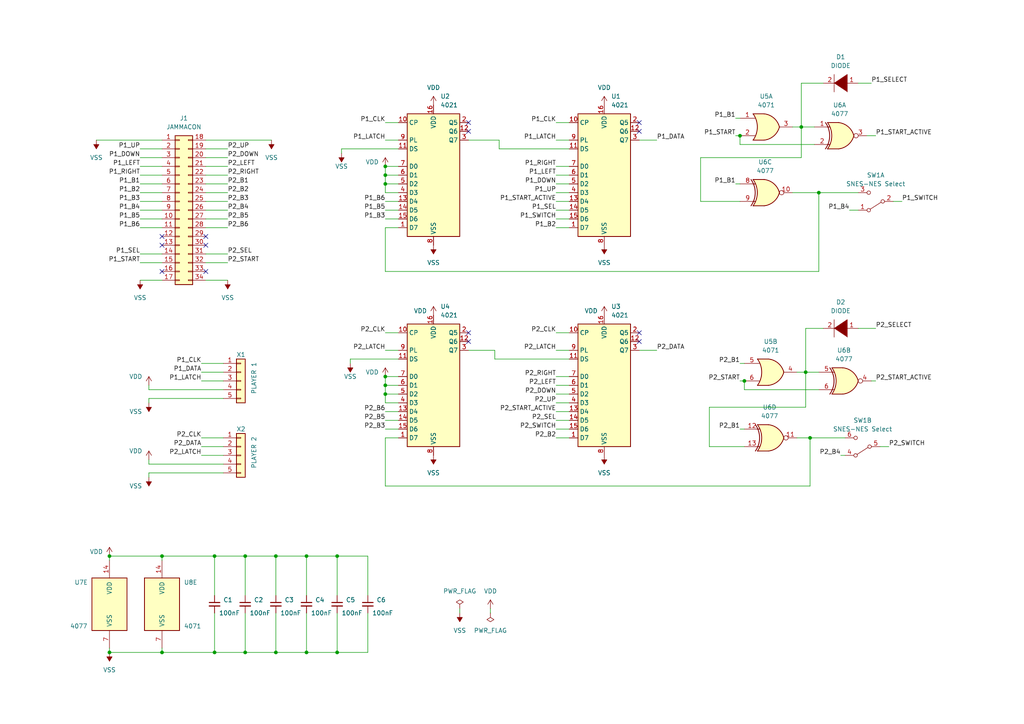
<source format=kicad_sch>
(kicad_sch (version 20211123) (generator eeschema)
  (paper "A4")
  (title_block (title "Jammacon SNES") (rev "2.2") (company "Shane Kiely"))
  (lib_symbols
    (symbol "4xxx:4021"
      (property "Reference" "U" (at -5.08 19.05 0))
      (property "Value" "4021" (at 3.81 19.05 0))
      (symbol "4021_0_1"
        (rectangle (start -7.62 17.78) (end 7.62 -17.78) (stroke (width 0.254)) (fill (type background)))
      )
      (symbol "4021_1_1"
        (pin input line (at -10.16 -15.24 0) (length 2.54) (name "D7") (number "1"))
        (pin input line (at -10.16 15.24 0) (length 2.54) (name "CP") (number "10"))
        (pin input line (at -10.16 7.62 0) (length 2.54) (name "DS") (number "11"))
        (pin output line (at 10.16 12.7 180) (length 2.54) (name "Q6") (number "12"))
        (pin input line (at -10.16 -7.62 0) (length 2.54) (name "D4") (number "13"))
        (pin input line (at -10.16 -10.16 0) (length 2.54) (name "D5") (number "14"))
        (pin input line (at -10.16 -12.7 0) (length 2.54) (name "D6") (number "15"))
        (pin power_in line (at 0 20.32 270) (length 2.54) (name "VDD") (number "16"))
        (pin output line (at 10.16 15.24 180) (length 2.54) (name "Q5") (number "2"))
        (pin output line (at 10.16 10.16 180) (length 2.54) (name "Q7") (number "3"))
        (pin input line (at -10.16 -5.08 0) (length 2.54) (name "D3") (number "4"))
        (pin input line (at -10.16 -2.54 0) (length 2.54) (name "D2") (number "5"))
        (pin input line (at -10.16 0 0) (length 2.54) (name "D1") (number "6"))
        (pin input line (at -10.16 2.54 0) (length 2.54) (name "D0") (number "7"))
        (pin power_in line (at 0 -20.32 90) (length 2.54) (name "VSS") (number "8"))
        (pin input line (at -10.16 10.16 0) (length 2.54) (name "PL") (number "9"))
      )
    )
    (symbol "4xxx:4071" (pin_names (offset 1.016))
      (property "Reference" "U" (at 0 1.27 0))
      (property "Value" "4071" (at 0 -1.27 0))
      (symbol "4071_1_1"
        (arc (start -3.81 -3.81) (mid -2.589 0) (end -3.81 3.81) (stroke (width 0.254)))
        (arc (start -0.6096 -3.81) (mid 2.1855 -2.584) (end 3.81 0) (stroke (width 0.254)) (fill (type background)))
        (polyline (pts (xy -3.81 -3.81) (xy -0.635 -3.81)) (stroke (width 0.254)) (fill (type background)))
        (polyline (pts (xy -3.81 3.81) (xy -0.635 3.81)) (stroke (width 0.254)) (fill (type background)))
        (polyline (pts (xy -0.635 3.81) (xy -3.81 3.81) (xy -3.81 3.81) (xy -3.556 3.4036) (xy -3.0226 2.2606) (xy -2.6924 1.0414) (xy -2.6162 -0.254) (xy -2.7686 -1.4986) (xy -3.175 -2.7178) (xy -3.81 -3.81) (xy -3.81 -3.81) (xy -0.635 -3.81)) (stroke (width -25.4)) (fill (type background)))
        (arc (start 3.81 0) (mid 2.1928 2.5925) (end -0.6096 3.81) (stroke (width 0.254)) (fill (type background)))
        (pin input line (at -7.62 2.54 0) (length 4.318) (name "~") (number "1"))
        (pin input line (at -7.62 -2.54 0) (length 4.318) (name "~") (number "2"))
        (pin output line (at 7.62 0 180) (length 3.81) (name "~") (number "3"))
      )
      (symbol "4071_1_2"
        (arc (start 0 -3.81) (mid 3.81 0) (end 0 3.81) (stroke (width 0.254)) (fill (type background)))
        (polyline (pts (xy 0 3.81) (xy -3.81 3.81) (xy -3.81 -3.81) (xy 0 -3.81)) (stroke (width 0.254)) (fill (type background)))
        (pin input inverted (at -7.62 2.54 0) (length 3.81) (name "~") (number "1"))
        (pin input inverted (at -7.62 -2.54 0) (length 3.81) (name "~") (number "2"))
        (pin output inverted (at 7.62 0 180) (length 3.81) (name "~") (number "3"))
      )
      (symbol "4071_2_1"
        (arc (start -3.81 -3.81) (mid -2.589 0) (end -3.81 3.81) (stroke (width 0.254)))
        (arc (start -0.6096 -3.81) (mid 2.1855 -2.584) (end 3.81 0) (stroke (width 0.254)) (fill (type background)))
        (polyline (pts (xy -3.81 -3.81) (xy -0.635 -3.81)) (stroke (width 0.254)) (fill (type background)))
        (polyline (pts (xy -3.81 3.81) (xy -0.635 3.81)) (stroke (width 0.254)) (fill (type background)))
        (polyline (pts (xy -0.635 3.81) (xy -3.81 3.81) (xy -3.81 3.81) (xy -3.556 3.4036) (xy -3.0226 2.2606) (xy -2.6924 1.0414) (xy -2.6162 -0.254) (xy -2.7686 -1.4986) (xy -3.175 -2.7178) (xy -3.81 -3.81) (xy -3.81 -3.81) (xy -0.635 -3.81)) (stroke (width -25.4)) (fill (type background)))
        (arc (start 3.81 0) (mid 2.1928 2.5925) (end -0.6096 3.81) (stroke (width 0.254)) (fill (type background)))
        (pin output line (at 7.62 0 180) (length 3.81) (name "~") (number "4"))
        (pin input line (at -7.62 2.54 0) (length 4.318) (name "~") (number "5"))
        (pin input line (at -7.62 -2.54 0) (length 4.318) (name "~") (number "6"))
      )
      (symbol "4071_2_2"
        (arc (start 0 -3.81) (mid 3.81 0) (end 0 3.81) (stroke (width 0.254)) (fill (type background)))
        (polyline (pts (xy 0 3.81) (xy -3.81 3.81) (xy -3.81 -3.81) (xy 0 -3.81)) (stroke (width 0.254)) (fill (type background)))
        (pin output inverted (at 7.62 0 180) (length 3.81) (name "~") (number "4"))
        (pin input inverted (at -7.62 2.54 0) (length 3.81) (name "~") (number "5"))
        (pin input inverted (at -7.62 -2.54 0) (length 3.81) (name "~") (number "6"))
      )
      (symbol "4071_3_1"
        (arc (start -3.81 -3.81) (mid -2.589 0) (end -3.81 3.81) (stroke (width 0.254)))
        (arc (start -0.6096 -3.81) (mid 2.1855 -2.584) (end 3.81 0) (stroke (width 0.254)) (fill (type background)))
        (polyline (pts (xy -3.81 -3.81) (xy -0.635 -3.81)) (stroke (width 0.254)) (fill (type background)))
        (polyline (pts (xy -3.81 3.81) (xy -0.635 3.81)) (stroke (width 0.254)) (fill (type background)))
        (polyline (pts (xy -0.635 3.81) (xy -3.81 3.81) (xy -3.81 3.81) (xy -3.556 3.4036) (xy -3.0226 2.2606) (xy -2.6924 1.0414) (xy -2.6162 -0.254) (xy -2.7686 -1.4986) (xy -3.175 -2.7178) (xy -3.81 -3.81) (xy -3.81 -3.81) (xy -0.635 -3.81)) (stroke (width -25.4)) (fill (type background)))
        (arc (start 3.81 0) (mid 2.1928 2.5925) (end -0.6096 3.81) (stroke (width 0.254)) (fill (type background)))
        (pin output line (at 7.62 0 180) (length 3.81) (name "~") (number "10"))
        (pin input line (at -7.62 2.54 0) (length 4.318) (name "~") (number "8"))
        (pin input line (at -7.62 -2.54 0) (length 4.318) (name "~") (number "9"))
      )
      (symbol "4071_3_2"
        (arc (start 0 -3.81) (mid 3.81 0) (end 0 3.81) (stroke (width 0.254)) (fill (type background)))
        (polyline (pts (xy 0 3.81) (xy -3.81 3.81) (xy -3.81 -3.81) (xy 0 -3.81)) (stroke (width 0.254)) (fill (type background)))
        (pin output inverted (at 7.62 0 180) (length 3.81) (name "~") (number "10"))
        (pin input inverted (at -7.62 2.54 0) (length 3.81) (name "~") (number "8"))
        (pin input inverted (at -7.62 -2.54 0) (length 3.81) (name "~") (number "9"))
      )
      (symbol "4071_4_1"
        (arc (start -3.81 -3.81) (mid -2.589 0) (end -3.81 3.81) (stroke (width 0.254)))
        (arc (start -0.6096 -3.81) (mid 2.1855 -2.584) (end 3.81 0) (stroke (width 0.254)) (fill (type background)))
        (polyline (pts (xy -3.81 -3.81) (xy -0.635 -3.81)) (stroke (width 0.254)) (fill (type background)))
        (polyline (pts (xy -3.81 3.81) (xy -0.635 3.81)) (stroke (width 0.254)) (fill (type background)))
        (polyline (pts (xy -0.635 3.81) (xy -3.81 3.81) (xy -3.81 3.81) (xy -3.556 3.4036) (xy -3.0226 2.2606) (xy -2.6924 1.0414) (xy -2.6162 -0.254) (xy -2.7686 -1.4986) (xy -3.175 -2.7178) (xy -3.81 -3.81) (xy -3.81 -3.81) (xy -0.635 -3.81)) (stroke (width -25.4)) (fill (type background)))
        (arc (start 3.81 0) (mid 2.1928 2.5925) (end -0.6096 3.81) (stroke (width 0.254)) (fill (type background)))
        (pin output line (at 7.62 0 180) (length 3.81) (name "~") (number "11"))
        (pin input line (at -7.62 2.54 0) (length 4.318) (name "~") (number "12"))
        (pin input line (at -7.62 -2.54 0) (length 4.318) (name "~") (number "13"))
      )
      (symbol "4071_4_2"
        (arc (start 0 -3.81) (mid 3.81 0) (end 0 3.81) (stroke (width 0.254)) (fill (type background)))
        (polyline (pts (xy 0 3.81) (xy -3.81 3.81) (xy -3.81 -3.81) (xy 0 -3.81)) (stroke (width 0.254)) (fill (type background)))
        (pin output inverted (at 7.62 0 180) (length 3.81) (name "~") (number "11"))
        (pin input inverted (at -7.62 2.54 0) (length 3.81) (name "~") (number "12"))
        (pin input inverted (at -7.62 -2.54 0) (length 3.81) (name "~") (number "13"))
      )
      (symbol "4071_5_0"
        (pin power_in line (at 0 12.7 270) (length 5.08) (name "VDD") (number "14"))
        (pin power_in line (at 0 -12.7 90) (length 5.08) (name "VSS") (number "7"))
      )
      (symbol "4071_5_1"
        (rectangle (start -5.08 7.62) (end 5.08 -7.62) (stroke (width 0.254)) (fill (type background)))
      )
    )
    (symbol "4xxx:4077" (pin_names (offset 1.016))
      (property "Reference" "U" (at 0 1.27 0))
      (property "Value" "4077" (at 0 -1.27 0))
      (symbol "4077_1_0"
        (arc (start -4.4196 -3.81) (mid -3.2033 0) (end -4.4196 3.81) (stroke (width 0.254)))
        (arc (start -3.81 -3.81) (mid -2.589 0) (end -3.81 3.81) (stroke (width 0.254)))
        (arc (start -0.6096 -3.81) (mid 2.1855 -2.584) (end 3.81 0) (stroke (width 0.254)) (fill (type background)))
        (polyline (pts (xy -3.81 -3.81) (xy -0.635 -3.81)) (stroke (width 0.254)) (fill (type background)))
        (polyline (pts (xy -3.81 3.81) (xy -0.635 3.81)) (stroke (width 0.254)) (fill (type background)))
        (polyline (pts (xy -0.635 3.81) (xy -3.81 3.81) (xy -3.81 3.81) (xy -3.556 3.4036) (xy -3.0226 2.2606) (xy -2.6924 1.0414) (xy -2.6162 -0.254) (xy -2.7686 -1.4986) (xy -3.175 -2.7178) (xy -3.81 -3.81) (xy -3.81 -3.81) (xy -0.635 -3.81)) (stroke (width -25.4)) (fill (type background)))
        (arc (start 3.81 0) (mid 2.1928 2.5925) (end -0.6096 3.81) (stroke (width 0.254)) (fill (type background)))
        (pin input line (at -7.62 2.54 0) (length 4.445) (name "~") (number "1"))
        (pin input line (at -7.62 -2.54 0) (length 4.445) (name "~") (number "2"))
        (pin output inverted (at 7.62 0 180) (length 3.81) (name "~") (number "3"))
      )
      (symbol "4077_1_1"
        (polyline (pts (xy -3.81 -2.54) (xy -3.175 -2.54)) (stroke (width 0.1524)))
        (polyline (pts (xy -3.81 2.54) (xy -3.175 2.54)) (stroke (width 0.1524)))
      )
      (symbol "4077_2_0"
        (arc (start -4.4196 -3.81) (mid -3.2033 0) (end -4.4196 3.81) (stroke (width 0.254)))
        (arc (start -3.81 -3.81) (mid -2.589 0) (end -3.81 3.81) (stroke (width 0.254)))
        (arc (start -0.6096 -3.81) (mid 2.1855 -2.584) (end 3.81 0) (stroke (width 0.254)) (fill (type background)))
        (polyline (pts (xy -3.81 -3.81) (xy -0.635 -3.81)) (stroke (width 0.254)) (fill (type background)))
        (polyline (pts (xy -3.81 3.81) (xy -0.635 3.81)) (stroke (width 0.254)) (fill (type background)))
        (polyline (pts (xy -0.635 3.81) (xy -3.81 3.81) (xy -3.81 3.81) (xy -3.556 3.4036) (xy -3.0226 2.2606) (xy -2.6924 1.0414) (xy -2.6162 -0.254) (xy -2.7686 -1.4986) (xy -3.175 -2.7178) (xy -3.81 -3.81) (xy -3.81 -3.81) (xy -0.635 -3.81)) (stroke (width -25.4)) (fill (type background)))
        (arc (start 3.81 0) (mid 2.1928 2.5925) (end -0.6096 3.81) (stroke (width 0.254)) (fill (type background)))
        (pin output inverted (at 7.62 0 180) (length 3.81) (name "~") (number "4"))
        (pin input line (at -7.62 2.54 0) (length 4.445) (name "~") (number "5"))
        (pin input line (at -7.62 -2.54 0) (length 4.445) (name "~") (number "6"))
      )
      (symbol "4077_2_1"
        (polyline (pts (xy -3.81 -2.54) (xy -3.175 -2.54)) (stroke (width 0.1524)))
        (polyline (pts (xy -3.81 2.54) (xy -3.175 2.54)) (stroke (width 0.1524)))
      )
      (symbol "4077_3_0"
        (arc (start -4.4196 -3.81) (mid -3.2033 0) (end -4.4196 3.81) (stroke (width 0.254)))
        (arc (start -3.81 -3.81) (mid -2.589 0) (end -3.81 3.81) (stroke (width 0.254)))
        (arc (start -0.6096 -3.81) (mid 2.1855 -2.584) (end 3.81 0) (stroke (width 0.254)) (fill (type background)))
        (polyline (pts (xy -3.81 -3.81) (xy -0.635 -3.81)) (stroke (width 0.254)) (fill (type background)))
        (polyline (pts (xy -3.81 3.81) (xy -0.635 3.81)) (stroke (width 0.254)) (fill (type background)))
        (polyline (pts (xy -0.635 3.81) (xy -3.81 3.81) (xy -3.81 3.81) (xy -3.556 3.4036) (xy -3.0226 2.2606) (xy -2.6924 1.0414) (xy -2.6162 -0.254) (xy -2.7686 -1.4986) (xy -3.175 -2.7178) (xy -3.81 -3.81) (xy -3.81 -3.81) (xy -0.635 -3.81)) (stroke (width -25.4)) (fill (type background)))
        (arc (start 3.81 0) (mid 2.1928 2.5925) (end -0.6096 3.81) (stroke (width 0.254)) (fill (type background)))
        (pin output inverted (at 7.62 0 180) (length 3.81) (name "~") (number "10"))
        (pin input line (at -7.62 2.54 0) (length 4.445) (name "~") (number "8"))
        (pin input line (at -7.62 -2.54 0) (length 4.445) (name "~") (number "9"))
      )
      (symbol "4077_3_1"
        (polyline (pts (xy -3.81 -2.54) (xy -3.175 -2.54)) (stroke (width 0.1524)))
        (polyline (pts (xy -3.81 2.54) (xy -3.175 2.54)) (stroke (width 0.1524)))
      )
      (symbol "4077_4_0"
        (arc (start -4.4196 -3.81) (mid -3.2033 0) (end -4.4196 3.81) (stroke (width 0.254)))
        (arc (start -3.81 -3.81) (mid -2.589 0) (end -3.81 3.81) (stroke (width 0.254)))
        (arc (start -0.6096 -3.81) (mid 2.1855 -2.584) (end 3.81 0) (stroke (width 0.254)) (fill (type background)))
        (polyline (pts (xy -3.81 -3.81) (xy -0.635 -3.81)) (stroke (width 0.254)) (fill (type background)))
        (polyline (pts (xy -3.81 3.81) (xy -0.635 3.81)) (stroke (width 0.254)) (fill (type background)))
        (polyline (pts (xy -0.635 3.81) (xy -3.81 3.81) (xy -3.81 3.81) (xy -3.556 3.4036) (xy -3.0226 2.2606) (xy -2.6924 1.0414) (xy -2.6162 -0.254) (xy -2.7686 -1.4986) (xy -3.175 -2.7178) (xy -3.81 -3.81) (xy -3.81 -3.81) (xy -0.635 -3.81)) (stroke (width -25.4)) (fill (type background)))
        (arc (start 3.81 0) (mid 2.1928 2.5925) (end -0.6096 3.81) (stroke (width 0.254)) (fill (type background)))
        (pin output inverted (at 7.62 0 180) (length 3.81) (name "~") (number "11"))
        (pin input line (at -7.62 2.54 0) (length 4.445) (name "~") (number "12"))
        (pin input line (at -7.62 -2.54 0) (length 4.445) (name "~") (number "13"))
      )
      (symbol "4077_4_1"
        (polyline (pts (xy -3.81 -2.54) (xy -3.175 -2.54)) (stroke (width 0.1524)))
        (polyline (pts (xy -3.81 2.54) (xy -3.175 2.54)) (stroke (width 0.1524)))
      )
      (symbol "4077_5_0"
        (pin power_in line (at 0 12.7 270) (length 5.08) (name "VDD") (number "14"))
        (pin power_in line (at 0 -12.7 90) (length 5.08) (name "VSS") (number "7"))
      )
      (symbol "4077_5_1"
        (rectangle (start -5.08 7.62) (end 5.08 -7.62) (stroke (width 0.254)) (fill (type background)))
      )
    )
    (symbol "Connector_Generic:Conn_01x05" (pin_names (offset 1.016) hide)
      (property "Reference" "J" (at 0 7.62 0))
      (property "Value" "Conn_01x05" (at 0 -7.62 0))
      (symbol "Conn_01x05_1_1"
        (rectangle (start -1.27 -4.953) (end 0 -5.207) (stroke (width 0.1524)))
        (rectangle (start -1.27 -2.413) (end 0 -2.667) (stroke (width 0.1524)))
        (rectangle (start -1.27 0.127) (end 0 -0.127) (stroke (width 0.1524)))
        (rectangle (start -1.27 2.667) (end 0 2.413) (stroke (width 0.1524)))
        (rectangle (start -1.27 5.207) (end 0 4.953) (stroke (width 0.1524)))
        (rectangle (start -1.27 6.35) (end 1.27 -6.35) (stroke (width 0.254)) (fill (type background)))
        (pin passive line (at -5.08 5.08 0) (length 3.81) (name "Pin_1") (number "1"))
        (pin passive line (at -5.08 2.54 0) (length 3.81) (name "Pin_2") (number "2"))
        (pin passive line (at -5.08 0 0) (length 3.81) (name "Pin_3") (number "3"))
        (pin passive line (at -5.08 -2.54 0) (length 3.81) (name "Pin_4") (number "4"))
        (pin passive line (at -5.08 -5.08 0) (length 3.81) (name "Pin_5") (number "5"))
      )
    )
    (symbol "Connector_Generic:Conn_02x17_Top_Bottom" (pin_names (offset 1.016) hide)
      (property "Reference" "J" (at 1.27 22.86 0))
      (property "Value" "Conn_02x17_Top_Bottom" (at 1.27 -22.86 0))
      (symbol "Conn_02x17_Top_Bottom_1_1"
        (rectangle (start -1.27 -20.193) (end 0 -20.447) (stroke (width 0.1524)))
        (rectangle (start -1.27 -17.653) (end 0 -17.907) (stroke (width 0.1524)))
        (rectangle (start -1.27 -15.113) (end 0 -15.367) (stroke (width 0.1524)))
        (rectangle (start -1.27 -12.573) (end 0 -12.827) (stroke (width 0.1524)))
        (rectangle (start -1.27 -10.033) (end 0 -10.287) (stroke (width 0.1524)))
        (rectangle (start -1.27 -7.493) (end 0 -7.747) (stroke (width 0.1524)))
        (rectangle (start -1.27 -4.953) (end 0 -5.207) (stroke (width 0.1524)))
        (rectangle (start -1.27 -2.413) (end 0 -2.667) (stroke (width 0.1524)))
        (rectangle (start -1.27 0.127) (end 0 -0.127) (stroke (width 0.1524)))
        (rectangle (start -1.27 2.667) (end 0 2.413) (stroke (width 0.1524)))
        (rectangle (start -1.27 5.207) (end 0 4.953) (stroke (width 0.1524)))
        (rectangle (start -1.27 7.747) (end 0 7.493) (stroke (width 0.1524)))
        (rectangle (start -1.27 10.287) (end 0 10.033) (stroke (width 0.1524)))
        (rectangle (start -1.27 12.827) (end 0 12.573) (stroke (width 0.1524)))
        (rectangle (start -1.27 15.367) (end 0 15.113) (stroke (width 0.1524)))
        (rectangle (start -1.27 17.907) (end 0 17.653) (stroke (width 0.1524)))
        (rectangle (start -1.27 20.447) (end 0 20.193) (stroke (width 0.1524)))
        (rectangle (start -1.27 21.59) (end 3.81 -21.59) (stroke (width 0.254)) (fill (type background)))
        (rectangle (start 3.81 -20.193) (end 2.54 -20.447) (stroke (width 0.1524)))
        (rectangle (start 3.81 -17.653) (end 2.54 -17.907) (stroke (width 0.1524)))
        (rectangle (start 3.81 -15.113) (end 2.54 -15.367) (stroke (width 0.1524)))
        (rectangle (start 3.81 -12.573) (end 2.54 -12.827) (stroke (width 0.1524)))
        (rectangle (start 3.81 -10.033) (end 2.54 -10.287) (stroke (width 0.1524)))
        (rectangle (start 3.81 -7.493) (end 2.54 -7.747) (stroke (width 0.1524)))
        (rectangle (start 3.81 -4.953) (end 2.54 -5.207) (stroke (width 0.1524)))
        (rectangle (start 3.81 -2.413) (end 2.54 -2.667) (stroke (width 0.1524)))
        (rectangle (start 3.81 0.127) (end 2.54 -0.127) (stroke (width 0.1524)))
        (rectangle (start 3.81 2.667) (end 2.54 2.413) (stroke (width 0.1524)))
        (rectangle (start 3.81 5.207) (end 2.54 4.953) (stroke (width 0.1524)))
        (rectangle (start 3.81 7.747) (end 2.54 7.493) (stroke (width 0.1524)))
        (rectangle (start 3.81 10.287) (end 2.54 10.033) (stroke (width 0.1524)))
        (rectangle (start 3.81 12.827) (end 2.54 12.573) (stroke (width 0.1524)))
        (rectangle (start 3.81 15.367) (end 2.54 15.113) (stroke (width 0.1524)))
        (rectangle (start 3.81 17.907) (end 2.54 17.653) (stroke (width 0.1524)))
        (rectangle (start 3.81 20.447) (end 2.54 20.193) (stroke (width 0.1524)))
        (pin passive line (at -5.08 20.32 0) (length 3.81) (name "Pin_1") (number "1"))
        (pin passive line (at -5.08 -2.54 0) (length 3.81) (name "Pin_10") (number "10"))
        (pin passive line (at -5.08 -5.08 0) (length 3.81) (name "Pin_11") (number "11"))
        (pin passive line (at -5.08 -7.62 0) (length 3.81) (name "Pin_12") (number "12"))
        (pin passive line (at -5.08 -10.16 0) (length 3.81) (name "Pin_13") (number "13"))
        (pin passive line (at -5.08 -12.7 0) (length 3.81) (name "Pin_14") (number "14"))
        (pin passive line (at -5.08 -15.24 0) (length 3.81) (name "Pin_15") (number "15"))
        (pin passive line (at -5.08 -17.78 0) (length 3.81) (name "Pin_16") (number "16"))
        (pin passive line (at -5.08 -20.32 0) (length 3.81) (name "Pin_17") (number "17"))
        (pin passive line (at 7.62 20.32 180) (length 3.81) (name "Pin_18") (number "18"))
        (pin passive line (at 7.62 17.78 180) (length 3.81) (name "Pin_19") (number "19"))
        (pin passive line (at -5.08 17.78 0) (length 3.81) (name "Pin_2") (number "2"))
        (pin passive line (at 7.62 15.24 180) (length 3.81) (name "Pin_20") (number "20"))
        (pin passive line (at 7.62 12.7 180) (length 3.81) (name "Pin_21") (number "21"))
        (pin passive line (at 7.62 10.16 180) (length 3.81) (name "Pin_22") (number "22"))
        (pin passive line (at 7.62 7.62 180) (length 3.81) (name "Pin_23") (number "23"))
        (pin passive line (at 7.62 5.08 180) (length 3.81) (name "Pin_24") (number "24"))
        (pin passive line (at 7.62 2.54 180) (length 3.81) (name "Pin_25") (number "25"))
        (pin passive line (at 7.62 0 180) (length 3.81) (name "Pin_26") (number "26"))
        (pin passive line (at 7.62 -2.54 180) (length 3.81) (name "Pin_27") (number "27"))
        (pin passive line (at 7.62 -5.08 180) (length 3.81) (name "Pin_28") (number "28"))
        (pin passive line (at 7.62 -7.62 180) (length 3.81) (name "Pin_29") (number "29"))
        (pin passive line (at -5.08 15.24 0) (length 3.81) (name "Pin_3") (number "3"))
        (pin passive line (at 7.62 -10.16 180) (length 3.81) (name "Pin_30") (number "30"))
        (pin passive line (at 7.62 -12.7 180) (length 3.81) (name "Pin_31") (number "31"))
        (pin passive line (at 7.62 -15.24 180) (length 3.81) (name "Pin_32") (number "32"))
        (pin passive line (at 7.62 -17.78 180) (length 3.81) (name "Pin_33") (number "33"))
        (pin passive line (at 7.62 -20.32 180) (length 3.81) (name "Pin_34") (number "34"))
        (pin passive line (at -5.08 12.7 0) (length 3.81) (name "Pin_4") (number "4"))
        (pin passive line (at -5.08 10.16 0) (length 3.81) (name "Pin_5") (number "5"))
        (pin passive line (at -5.08 7.62 0) (length 3.81) (name "Pin_6") (number "6"))
        (pin passive line (at -5.08 5.08 0) (length 3.81) (name "Pin_7") (number "7"))
        (pin passive line (at -5.08 2.54 0) (length 3.81) (name "Pin_8") (number "8"))
        (pin passive line (at -5.08 0 0) (length 3.81) (name "Pin_9") (number "9"))
      )
    )
    (symbol "Device:C_Small" (pin_numbers hide) (pin_names (offset 0.254) hide)
      (property "Reference" "C" (at 0.254 1.778 0))
      (property "Value" "C_Small" (at 0.254 -2.032 0))
      (symbol "C_Small_0_1"
        (polyline (pts (xy -1.524 -0.508) (xy 1.524 -0.508)) (stroke (width 0.3302)))
        (polyline (pts (xy -1.524 0.508) (xy 1.524 0.508)) (stroke (width 0.3048)))
      )
      (symbol "C_Small_1_1"
        (pin passive line (at 0 2.54 270) (length 2.032) (name "~") (number "1"))
        (pin passive line (at 0 -2.54 90) (length 2.032) (name "~") (number "2"))
      )
    )
    (symbol "Switch:SW_DPDT_x2" (pin_names (offset 0) hide)
      (property "Reference" "SW" (at 0 4.318 0))
      (property "Value" "SW_DPDT_x2" (at 0 -5.08 0))
      (symbol "SW_DPDT_x2_0_0"
        (circle (center -2.032 0) (radius 0.508))
        (circle (center 2.032 -2.54) (radius 0.508))
      )
      (symbol "SW_DPDT_x2_0_1"
        (polyline (pts (xy -1.524 0.254) (xy 1.651 2.286)))
        (circle (center 2.032 2.54) (radius 0.508))
      )
      (symbol "SW_DPDT_x2_1_1"
        (pin passive line (at 5.08 2.54 180) (length 2.54) (name "A") (number "1"))
        (pin passive line (at -5.08 0 0) (length 2.54) (name "B") (number "2"))
        (pin passive line (at 5.08 -2.54 180) (length 2.54) (name "C") (number "3"))
      )
      (symbol "SW_DPDT_x2_2_1"
        (pin passive line (at 5.08 2.54 180) (length 2.54) (name "A") (number "4"))
        (pin passive line (at -5.08 0 0) (length 2.54) (name "B") (number "5"))
        (pin passive line (at 5.08 -2.54 180) (length 2.54) (name "C") (number "6"))
      )
    )
    (symbol "power:PWR_FLAG" (power) (pin_numbers hide) (pin_names (offset 0) hide)
      (property "Value" "PWR_FLAG" (at 0 3.81 0))
      (symbol "PWR_FLAG_0_0"
        (pin power_out line (at 0 0 90) (length 0) (name "pwr") (number "1"))
      )
      (symbol "PWR_FLAG_0_1"
        (polyline (pts (xy 0 0) (xy 0 1.27) (xy -1.016 1.905) (xy 0 2.54) (xy 1.016 1.905) (xy 0 1.27)))
      )
    )
    (symbol "power:VDD" (power) (pin_names (offset 0))
      (property "Value" "VDD" (at 0 3.81 0))
      (symbol "VDD_0_1"
        (polyline (pts (xy -0.762 1.27) (xy 0 2.54)))
        (polyline (pts (xy 0 0) (xy 0 2.54)))
        (polyline (pts (xy 0 2.54) (xy 0.762 1.27)))
      )
      (symbol "VDD_1_1"
        (pin power_in line (at 0 0 90) (length 0) hide (name "VDD") (number "1"))
      )
    )
    (symbol "power:VSS" (power) (pin_names (offset 0))
      (property "Value" "VSS" (at 0 3.81 0))
      (symbol "VSS_0_1"
        (polyline (pts (xy 0 0) (xy 0 2.54)))
        (polyline (pts (xy 0.762 1.27) (xy -0.762 1.27) (xy 0 2.54) (xy 0.762 1.27)) (fill (type outline)))
      )
      (symbol "VSS_1_1"
        (pin power_in line (at 0 0 90) (length 0) hide (name "VSS") (number "1"))
      )
    )
    (symbol "pspice:DIODE" (pin_names (offset 1.016) hide)
      (property "Reference" "D" (at 0 3.81 0))
      (property "Value" "DIODE" (at 0 -4.445 0))
      (symbol "DIODE_0_1"
        (polyline (pts (xy 1.905 2.54) (xy 1.905 -2.54)))
        (polyline (pts (xy -1.905 2.54) (xy -1.905 -2.54) (xy 1.905 0)) (fill (type outline)))
      )
      (symbol "DIODE_1_1"
        (pin input line (at -5.08 0 0) (length 3.81) (name "K") (number "1"))
        (pin input line (at 5.08 0 180) (length 3.81) (name "A") (number "2"))
      )
    )
  )
  (junction (at 88.9 189.23))
  (junction (at 111.76 111.76))
  (junction (at 71.12 161.29))
  (junction (at 80.01 161.29))
  (junction (at 62.23 161.29))
  (junction (at 46.99 161.29))
  (junction (at 111.76 48.26))
  (junction (at 46.99 189.23))
  (junction (at 233.68 107.95))
  (junction (at 111.76 50.8))
  (junction (at 88.9 161.29))
  (junction (at 111.76 53.34))
  (junction (at 111.76 114.3))
  (junction (at 237.49 55.88))
  (junction (at 111.76 109.22))
  (junction (at 80.01 189.23))
  (junction (at 234.95 127))
  (junction (at 31.75 161.29))
  (junction (at 71.12 189.23))
  (junction (at 62.23 189.23))
  (junction (at 31.75 189.23))
  (junction (at 232.41 36.83))
  (junction (at 215.9 110.49))
  (junction (at 97.79 161.29))
  (junction (at 97.79 189.23))
  (junction (at 214.63 39.37))
  (no_connect (at 46.99 68.58))
  (no_connect (at 59.69 68.58))
  (no_connect (at 135.89 99.06))
  (no_connect (at 135.89 96.52))
  (no_connect (at 185.42 99.06))
  (no_connect (at 185.42 96.52))
  (no_connect (at 185.42 38.1))
  (no_connect (at 185.42 35.56))
  (no_connect (at 135.89 38.1))
  (no_connect (at 135.89 35.56))
  (no_connect (at 46.99 71.12))
  (no_connect (at 59.69 78.74))
  (no_connect (at 46.99 78.74))
  (no_connect (at 59.69 71.12))
  (wire (pts (xy 111.76 40.64) (xy 115.57 40.64)))
  (wire (pts (xy 233.68 107.95) (xy 237.49 107.95)))
  (wire (pts (xy 97.79 189.23) (xy 106.68 189.23)))
  (wire (pts (xy 246.38 60.96) (xy 248.92 60.96)))
  (wire (pts (xy 62.23 189.23) (xy 71.12 189.23)))
  (wire (pts (xy 111.76 124.46) (xy 115.57 124.46)))
  (wire (pts (xy 59.69 48.26) (xy 66.04 48.26)))
  (wire (pts (xy 59.69 76.2) (xy 66.04 76.2)))
  (wire (pts (xy 40.64 60.96) (xy 46.99 60.96)))
  (wire (pts (xy 71.12 177.8) (xy 71.12 189.23)))
  (wire (pts (xy 161.29 96.52) (xy 165.1 96.52)))
  (wire (pts (xy 203.2 58.42) (xy 214.63 58.42)))
  (wire (pts (xy 111.76 53.34) (xy 115.57 53.34)))
  (wire (pts (xy 111.76 114.3) (xy 111.76 111.76)))
  (wire (pts (xy 88.9 177.8) (xy 88.9 189.23)))
  (wire (pts (xy 40.64 81.28) (xy 46.99 81.28)))
  (wire (pts (xy 161.29 101.6) (xy 165.1 101.6)))
  (wire (pts (xy 248.92 24.13) (xy 252.73 24.13)))
  (wire (pts (xy 111.76 55.88) (xy 115.57 55.88)))
  (wire (pts (xy 161.29 109.22) (xy 165.1 109.22)))
  (wire (pts (xy 59.69 81.28) (xy 66.04 81.28)))
  (wire (pts (xy 111.76 66.04) (xy 111.76 78.74)))
  (wire (pts (xy 205.74 129.54) (xy 205.74 118.11)))
  (wire (pts (xy 40.64 66.04) (xy 46.99 66.04)))
  (wire (pts (xy 111.76 60.96) (xy 115.57 60.96)))
  (wire (pts (xy 46.99 189.23) (xy 46.99 187.96)))
  (wire (pts (xy 80.01 177.8) (xy 80.01 189.23)))
  (wire (pts (xy 111.76 111.76) (xy 111.76 109.22)))
  (wire (pts (xy 31.75 189.23) (xy 46.99 189.23)))
  (wire (pts (xy 161.29 121.92) (xy 165.1 121.92)))
  (wire (pts (xy 43.18 113.03) (xy 64.77 113.03)))
  (wire (pts (xy 59.69 43.18) (xy 66.04 43.18)))
  (wire (pts (xy 40.64 48.26) (xy 46.99 48.26)))
  (wire (pts (xy 213.36 39.37) (xy 214.63 39.37)))
  (wire (pts (xy 205.74 129.54) (xy 215.9 129.54)))
  (wire (pts (xy 111.76 109.22) (xy 115.57 109.22)))
  (wire (pts (xy 233.68 95.25) (xy 233.68 107.95)))
  (wire (pts (xy 59.69 63.5) (xy 66.04 63.5)))
  (wire (pts (xy 144.78 40.64) (xy 144.78 43.18)))
  (wire (pts (xy 143.51 104.14) (xy 165.1 104.14)))
  (wire (pts (xy 88.9 161.29) (xy 97.79 161.29)))
  (wire (pts (xy 111.76 58.42) (xy 115.57 58.42)))
  (wire (pts (xy 213.36 53.34) (xy 214.63 53.34)))
  (wire (pts (xy 135.89 40.64) (xy 144.78 40.64)))
  (wire (pts (xy 62.23 161.29) (xy 62.23 172.72)))
  (wire (pts (xy 71.12 189.23) (xy 80.01 189.23)))
  (wire (pts (xy 43.18 133.35) (xy 43.18 134.62)))
  (wire (pts (xy 142.24 177.8) (xy 142.24 176.53)))
  (wire (pts (xy 144.78 43.18) (xy 165.1 43.18)))
  (wire (pts (xy 111.76 48.26) (xy 115.57 48.26)))
  (wire (pts (xy 161.29 53.34) (xy 165.1 53.34)))
  (wire (pts (xy 214.63 105.41) (xy 215.9 105.41)))
  (wire (pts (xy 31.75 161.29) (xy 46.99 161.29)))
  (wire (pts (xy 111.76 50.8) (xy 115.57 50.8)))
  (wire (pts (xy 161.29 119.38) (xy 165.1 119.38)))
  (wire (pts (xy 62.23 177.8) (xy 62.23 189.23)))
  (wire (pts (xy 234.95 140.97) (xy 234.95 127)))
  (wire (pts (xy 161.29 111.76) (xy 165.1 111.76)))
  (wire (pts (xy 59.69 73.66) (xy 66.04 73.66)))
  (wire (pts (xy 40.64 50.8) (xy 46.99 50.8)))
  (wire (pts (xy 214.63 124.46) (xy 215.9 124.46)))
  (wire (pts (xy 43.18 111.76) (xy 43.18 113.03)))
  (wire (pts (xy 111.76 121.92) (xy 115.57 121.92)))
  (wire (pts (xy 237.49 55.88) (xy 248.92 55.88)))
  (wire (pts (xy 243.84 132.08) (xy 245.11 132.08)))
  (wire (pts (xy 111.76 96.52) (xy 115.57 96.52)))
  (wire (pts (xy 111.76 66.04) (xy 115.57 66.04)))
  (wire (pts (xy 43.18 115.57) (xy 64.77 115.57)))
  (wire (pts (xy 215.9 113.03) (xy 215.9 110.49)))
  (wire (pts (xy 101.6 104.14) (xy 115.57 104.14)))
  (wire (pts (xy 238.76 24.13) (xy 232.41 24.13)))
  (wire (pts (xy 115.57 116.84) (xy 111.76 116.84)))
  (wire (pts (xy 111.76 127) (xy 111.76 140.97)))
  (wire (pts (xy 40.64 55.88) (xy 46.99 55.88)))
  (wire (pts (xy 111.76 127) (xy 115.57 127)))
  (wire (pts (xy 237.49 78.74) (xy 237.49 55.88)))
  (wire (pts (xy 43.18 137.16) (xy 43.18 138.43)))
  (wire (pts (xy 229.87 36.83) (xy 232.41 36.83)))
  (wire (pts (xy 99.06 43.18) (xy 115.57 43.18)))
  (wire (pts (xy 251.46 39.37) (xy 254 39.37)))
  (wire (pts (xy 161.29 114.3) (xy 165.1 114.3)))
  (wire (pts (xy 59.69 55.88) (xy 66.04 55.88)))
  (wire (pts (xy 46.99 161.29) (xy 46.99 162.56)))
  (wire (pts (xy 234.95 127) (xy 245.11 127)))
  (wire (pts (xy 213.36 34.29) (xy 214.63 34.29)))
  (wire (pts (xy 59.69 66.04) (xy 66.04 66.04)))
  (wire (pts (xy 59.69 58.42) (xy 66.04 58.42)))
  (wire (pts (xy 71.12 161.29) (xy 80.01 161.29)))
  (wire (pts (xy 232.41 24.13) (xy 232.41 36.83)))
  (wire (pts (xy 255.27 129.54) (xy 257.81 129.54)))
  (wire (pts (xy 106.68 189.23) (xy 106.68 177.8)))
  (wire (pts (xy 106.68 172.72) (xy 106.68 161.29)))
  (wire (pts (xy 71.12 161.29) (xy 71.12 172.72)))
  (wire (pts (xy 40.64 63.5) (xy 46.99 63.5)))
  (wire (pts (xy 161.29 124.46) (xy 165.1 124.46)))
  (wire (pts (xy 233.68 118.11) (xy 233.68 107.95)))
  (wire (pts (xy 161.29 63.5) (xy 165.1 63.5)))
  (wire (pts (xy 203.2 45.72) (xy 232.41 45.72)))
  (wire (pts (xy 111.76 78.74) (xy 237.49 78.74)))
  (wire (pts (xy 185.42 101.6) (xy 190.5 101.6)))
  (wire (pts (xy 40.64 73.66) (xy 46.99 73.66)))
  (wire (pts (xy 161.29 116.84) (xy 165.1 116.84)))
  (wire (pts (xy 259.08 58.42) (xy 261.62 58.42)))
  (wire (pts (xy 232.41 45.72) (xy 232.41 36.83)))
  (wire (pts (xy 80.01 161.29) (xy 88.9 161.29)))
  (wire (pts (xy 205.74 118.11) (xy 233.68 118.11)))
  (wire (pts (xy 40.64 45.72) (xy 46.99 45.72)))
  (wire (pts (xy 111.76 140.97) (xy 234.95 140.97)))
  (wire (pts (xy 97.79 161.29) (xy 97.79 172.72)))
  (wire (pts (xy 40.64 53.34) (xy 46.99 53.34)))
  (wire (pts (xy 161.29 48.26) (xy 165.1 48.26)))
  (wire (pts (xy 40.64 58.42) (xy 46.99 58.42)))
  (wire (pts (xy 59.69 50.8) (xy 66.04 50.8)))
  (wire (pts (xy 111.76 114.3) (xy 115.57 114.3)))
  (wire (pts (xy 59.69 45.72) (xy 66.04 45.72)))
  (wire (pts (xy 143.51 101.6) (xy 143.51 104.14)))
  (wire (pts (xy 161.29 66.04) (xy 165.1 66.04)))
  (wire (pts (xy 80.01 161.29) (xy 80.01 172.72)))
  (wire (pts (xy 232.41 36.83) (xy 236.22 36.83)))
  (wire (pts (xy 43.18 134.62) (xy 64.77 134.62)))
  (wire (pts (xy 111.76 119.38) (xy 115.57 119.38)))
  (wire (pts (xy 248.92 95.25) (xy 254 95.25)))
  (wire (pts (xy 31.75 162.56) (xy 31.75 161.29)))
  (wire (pts (xy 238.76 95.25) (xy 233.68 95.25)))
  (wire (pts (xy 185.42 40.64) (xy 190.5 40.64)))
  (wire (pts (xy 161.29 58.42) (xy 165.1 58.42)))
  (wire (pts (xy 40.64 43.18) (xy 46.99 43.18)))
  (wire (pts (xy 99.06 43.18) (xy 99.06 44.45)))
  (wire (pts (xy 161.29 35.56) (xy 165.1 35.56)))
  (wire (pts (xy 236.22 41.91) (xy 214.63 41.91)))
  (wire (pts (xy 88.9 189.23) (xy 97.79 189.23)))
  (wire (pts (xy 43.18 137.16) (xy 64.77 137.16)))
  (wire (pts (xy 97.79 161.29) (xy 106.68 161.29)))
  (wire (pts (xy 27.94 40.64) (xy 46.99 40.64)))
  (wire (pts (xy 111.76 111.76) (xy 115.57 111.76)))
  (wire (pts (xy 40.64 76.2) (xy 46.99 76.2)))
  (wire (pts (xy 214.63 110.49) (xy 215.9 110.49)))
  (wire (pts (xy 31.75 187.96) (xy 31.75 189.23)))
  (wire (pts (xy 161.29 40.64) (xy 165.1 40.64)))
  (wire (pts (xy 133.35 176.53) (xy 133.35 177.8)))
  (wire (pts (xy 46.99 161.29) (xy 62.23 161.29)))
  (wire (pts (xy 161.29 60.96) (xy 165.1 60.96)))
  (wire (pts (xy 43.18 115.57) (xy 43.18 116.84)))
  (wire (pts (xy 101.6 104.14) (xy 101.6 105.41)))
  (wire (pts (xy 111.76 48.26) (xy 111.76 50.8)))
  (wire (pts (xy 58.42 132.08) (xy 64.77 132.08)))
  (wire (pts (xy 111.76 101.6) (xy 115.57 101.6)))
  (wire (pts (xy 161.29 50.8) (xy 165.1 50.8)))
  (wire (pts (xy 135.89 101.6) (xy 143.51 101.6)))
  (wire (pts (xy 231.14 127) (xy 234.95 127)))
  (wire (pts (xy 214.63 41.91) (xy 214.63 39.37)))
  (wire (pts (xy 59.69 53.34) (xy 66.04 53.34)))
  (wire (pts (xy 58.42 107.95) (xy 64.77 107.95)))
  (wire (pts (xy 203.2 58.42) (xy 203.2 45.72)))
  (wire (pts (xy 62.23 161.29) (xy 71.12 161.29)))
  (wire (pts (xy 229.87 55.88) (xy 237.49 55.88)))
  (wire (pts (xy 237.49 113.03) (xy 215.9 113.03)))
  (wire (pts (xy 111.76 53.34) (xy 111.76 55.88)))
  (wire (pts (xy 58.42 129.54) (xy 64.77 129.54)))
  (wire (pts (xy 46.99 189.23) (xy 62.23 189.23)))
  (wire (pts (xy 111.76 50.8) (xy 111.76 53.34)))
  (wire (pts (xy 111.76 116.84) (xy 111.76 114.3)))
  (wire (pts (xy 59.69 60.96) (xy 66.04 60.96)))
  (wire (pts (xy 231.14 107.95) (xy 233.68 107.95)))
  (wire (pts (xy 161.29 127) (xy 165.1 127)))
  (wire (pts (xy 111.76 35.56) (xy 115.57 35.56)))
  (wire (pts (xy 252.73 110.49) (xy 254 110.49)))
  (wire (pts (xy 58.42 105.41) (xy 64.77 105.41)))
  (wire (pts (xy 59.69 40.64) (xy 78.74 40.64)))
  (wire (pts (xy 88.9 161.29) (xy 88.9 172.72)))
  (wire (pts (xy 80.01 189.23) (xy 88.9 189.23)))
  (wire (pts (xy 58.42 110.49) (xy 64.77 110.49)))
  (wire (pts (xy 58.42 127) (xy 64.77 127)))
  (wire (pts (xy 97.79 177.8) (xy 97.79 189.23)))
  (wire (pts (xy 161.29 55.88) (xy 165.1 55.88)))
  (wire (pts (xy 111.76 63.5) (xy 115.57 63.5)))
  (label "P2_LATCH" (at 111.76 101.6 180))
  (label "P1_RIGHT" (at 161.29 48.26 180))
  (label "P1_B4" (at 40.64 60.96 180))
  (label "P2_START_ACTIVE" (at 254 110.49 0))
  (label "P1_B4" (at 246.38 60.96 180))
  (label "P2_LEFT" (at 161.29 111.76 180))
  (label "P2_SWITCH" (at 257.81 129.54 0))
  (label "P1_LEFT" (at 40.64 48.26 180))
  (label "P2_LEFT" (at 66.04 48.26 0))
  (label "P1_SEL" (at 161.29 60.96 180))
  (label "P1_SEL" (at 40.64 73.66 180))
  (label "P1_CLK" (at 111.76 35.56 180))
  (label "P1_LATCH" (at 111.76 40.64 180))
  (label "P1_LATCH" (at 161.29 40.64 180))
  (label "P2_LATCH" (at 161.29 101.6 180))
  (label "P2_DATA" (at 58.42 129.54 180))
  (label "P1_DATA" (at 190.5 40.64 0))
  (label "P2_SEL" (at 66.04 73.66 0))
  (label "P2_DATA" (at 190.5 101.6 0))
  (label "P2_DOWN" (at 161.29 114.3 180))
  (label "P1_START_ACTIVE" (at 254 39.37 0))
  (label "P1_DOWN" (at 161.29 53.34 180))
  (label "P1_START" (at 213.36 39.37 180))
  (label "P2_LATCH" (at 58.42 132.08 180))
  (label "P2_START_ACTIVE" (at 161.29 119.38 180))
  (label "P1_B6" (at 40.64 66.04 180))
  (label "P1_LATCH" (at 58.42 110.49 180))
  (label "P2_SEL" (at 161.29 121.92 180))
  (label "P2_B1" (at 66.04 53.34 0))
  (label "P2_B6" (at 111.76 119.38 180))
  (label "P2_B3" (at 111.76 124.46 180))
  (label "P1_B5" (at 111.76 60.96 180))
  (label "P2_UP" (at 161.29 116.84 180))
  (label "P2_CLK" (at 161.29 96.52 180))
  (label "P2_B6" (at 66.04 66.04 0))
  (label "P2_CLK" (at 58.42 127 180))
  (label "P2_CLK" (at 111.76 96.52 180))
  (label "P2_B2" (at 161.29 127 180))
  (label "P1_B1" (at 213.36 53.34 180))
  (label "P2_B5" (at 111.76 121.92 180))
  (label "P2_START" (at 214.63 110.49 180))
  (label "P1_LEFT" (at 161.29 50.8 180))
  (label "P2_SELECT" (at 254 95.25 0))
  (label "P1_RIGHT" (at 40.64 50.8 180))
  (label "P1_B3" (at 40.64 58.42 180))
  (label "P2_B4" (at 66.04 60.96 0))
  (label "P1_UP" (at 40.64 43.18 180))
  (label "P1_B6" (at 111.76 58.42 180))
  (label "P1_SWITCH" (at 161.29 63.5 180))
  (label "P1_DATA" (at 58.42 107.95 180))
  (label "P2_SWITCH" (at 161.29 124.46 180))
  (label "P1_CLK" (at 161.29 35.56 180))
  (label "P2_RIGHT" (at 66.04 50.8 0))
  (label "P2_B2" (at 66.04 55.88 0))
  (label "P1_B2" (at 40.64 55.88 180))
  (label "P1_B2" (at 161.29 66.04 180))
  (label "P1_UP" (at 161.29 55.88 180))
  (label "P2_B4" (at 243.84 132.08 180))
  (label "P1_B1" (at 213.36 34.29 180))
  (label "P1_B5" (at 40.64 63.5 180))
  (label "P2_UP" (at 66.04 43.18 0))
  (label "P2_B3" (at 66.04 58.42 0))
  (label "P2_B1" (at 214.63 124.46 180))
  (label "P1_B1" (at 40.64 53.34 180))
  (label "P2_B5" (at 66.04 63.5 0))
  (label "P1_B3" (at 111.76 63.5 180))
  (label "P2_START" (at 66.04 76.2 0))
  (label "P2_B1" (at 214.63 105.41 180))
  (label "P2_RIGHT" (at 161.29 109.22 180))
  (label "P1_CLK" (at 58.42 105.41 180))
  (label "P1_SELECT" (at 252.73 24.13 0))
  (label "P2_DOWN" (at 66.04 45.72 0))
  (label "P1_DOWN" (at 40.64 45.72 180))
  (label "P1_START_ACTIVE" (at 161.29 58.42 180))
  (label "P1_SWITCH" (at 261.62 58.42 0))
  (label "P1_START" (at 40.64 76.2 180))
  (symbol (lib_id "Device:C_Small") (at 80.01 175.26 0) (unit 1)
    (property "Reference" "C3" (at 82.55 173.9962 0) (effects (justify left)))
    (property "Value" "100nF" (at 81.28 177.8 0) (effects (justify left)))
  )
  (symbol (lib_id "power:VSS") (at 43.18 116.84 180) (unit 1)
    (property "Reference" "#PWR06" (effects hide))
    (property "Value" "VSS" (at 39.37 119.38 0))
  )
  (symbol (lib_id "power:VSS") (at 125.73 71.12 180) (unit 1)
    (property "Reference" "#PWR016" (effects hide))
    (property "Value" "VSS" (at 125.73 76.2 0))
  )
  (symbol (lib_id "4xxx:4071") (at 222.25 36.83 0) (unit 1)
    (property "Reference" "U5" (at 222.25 27.94 0))
    (property "Value" "4071" (at 222.25 30.48 0))
    (property "Datasheet" "http://www.intersil.com/content/dam/Intersil/documents/cd40/cd4071bms-72bms-75bms.pdf" (effects hide))
  )
  (symbol (lib_id "Switch:SW_DPDT_x2") (at 250.19 129.54 180) (unit 2)
    (property "Reference" "SW1" (at 250.19 121.92 0))
    (property "Value" "SNES-NES Select" (at 250.19 124.46 0))
  )
  (symbol (lib_id "Device:C_Small") (at 106.68 175.26 0) (unit 1)
    (property "Reference" "C6" (at 109.22 173.9962 0) (effects (justify left)))
    (property "Value" "100nF" (at 107.95 177.8 0) (effects (justify left)))
  )
  (symbol (lib_id "4xxx:4071") (at 223.52 107.95 0) (unit 2)
    (property "Reference" "U5" (at 223.52 99.06 0))
    (property "Value" "4071" (at 223.52 101.6 0))
    (property "Datasheet" "http://www.intersil.com/content/dam/Intersil/documents/cd40/cd4071bms-72bms-75bms.pdf" (effects hide))
  )
  (symbol (lib_id "Device:C_Small") (at 62.23 175.26 0) (unit 1)
    (property "Reference" "C1" (at 64.77 173.9962 0) (effects (justify left)))
    (property "Value" "100nF" (at 63.5 177.8 0) (effects (justify left)))
  )
  (symbol (lib_id "power:VSS") (at 101.6 105.41 180) (unit 1)
    (property "Reference" "#PWR012" (effects hide))
    (property "Value" "VSS" (at 101.6 109.22 0))
  )
  (symbol (lib_id "Switch:SW_DPDT_x2") (at 254 58.42 180) (unit 1)
    (property "Reference" "SW1" (at 254 50.8 0))
    (property "Value" "SNES-NES Select" (at 254 53.34 0))
  )
  (symbol (lib_id "power:VDD") (at 175.26 91.44 0) (unit 1)
    (property "Reference" "#PWR023" (effects hide))
    (property "Value" "VDD" (at 171.45 90.17 0))
  )
  (symbol (lib_id "4xxx:4077") (at 31.75 175.26 0) (unit 5)
    (property "Reference" "U7" (at 21.59 168.91 0) (effects (justify left)))
    (property "Value" "4077" (at 20.32 181.61 0) (effects (justify left)))
    (property "Datasheet" "http://www.intersil.com/content/dam/Intersil/documents/cd40/cd4076bms.pdf" (effects hide))
  )
  (symbol (lib_id "4xxx:4021") (at 175.26 111.76 0) (unit 1)
    (property "Reference" "U3" (at 177.2794 88.9 0) (effects (justify left)))
    (property "Value" "4021" (at 177.2794 91.44 0) (effects (justify left)))
    (property "Datasheet" "https://assets.nexperia.com/documents/data-sheet/HEF4021B.pdf" (effects hide))
  )
  (symbol (lib_id "power:VSS") (at 175.26 71.12 180) (unit 1)
    (property "Reference" "#PWR022" (effects hide))
    (property "Value" "VSS" (at 175.26 76.2 0))
  )
  (symbol (lib_id "Device:C_Small") (at 71.12 175.26 0) (unit 1)
    (property "Reference" "C2" (at 73.66 173.9962 0) (effects (justify left)))
    (property "Value" "100nF" (at 72.39 177.8 0) (effects (justify left)))
  )
  (symbol (lib_id "pspice:DIODE") (at 243.84 95.25 180) (unit 1)
    (property "Reference" "D2" (at 243.84 87.63 0))
    (property "Value" "DIODE" (at 243.84 90.17 0))
  )
  (symbol (lib_id "power:VSS") (at 40.64 81.28 180) (unit 1)
    (property "Reference" "#PWR04" (effects hide))
    (property "Value" "VSS" (at 40.64 86.36 0))
  )
  (symbol (lib_id "power:VSS") (at 66.04 81.28 180) (unit 1)
    (property "Reference" "#PWR09" (effects hide))
    (property "Value" "VSS" (at 66.04 86.36 0))
  )
  (symbol (lib_id "4xxx:4077") (at 223.52 127 0) (unit 4)
    (property "Reference" "U6" (at 223.2152 118.11 0))
    (property "Value" "4077" (at 223.2152 120.65 0))
    (property "Datasheet" "http://www.intersil.com/content/dam/Intersil/documents/cd40/cd4076bms.pdf" (effects hide))
  )
  (symbol (lib_id "Connector_Generic:Conn_02x17_Top_Bottom") (at 52.07 60.96 0) (unit 1)
    (property "Reference" "J1" (at 53.34 34.29 0))
    (property "Value" "JAMMACON" (at 53.34 36.83 0))
  )
  (symbol (lib_id "power:VDD") (at 43.18 111.76 0) (unit 1)
    (property "Reference" "#PWR05" (effects hide))
    (property "Value" "VDD" (at 39.37 109.22 0))
  )
  (symbol (lib_id "pspice:DIODE") (at 243.84 24.13 180) (unit 1)
    (property "Reference" "D1" (at 243.84 16.51 0))
    (property "Value" "DIODE" (at 243.84 19.05 0))
  )
  (symbol (lib_id "Device:C_Small") (at 97.79 175.26 0) (unit 1)
    (property "Reference" "C5" (at 100.33 173.9962 0) (effects (justify left)))
    (property "Value" "100nF" (at 99.06 177.8 0) (effects (justify left)))
  )
  (symbol (lib_id "4xxx:4077") (at 222.25 55.88 0) (unit 3)
    (property "Reference" "U6" (at 221.9452 46.99 0))
    (property "Value" "4077" (at 221.9452 49.53 0))
    (property "Datasheet" "http://www.intersil.com/content/dam/Intersil/documents/cd40/cd4076bms.pdf" (effects hide))
  )
  (symbol (lib_id "power:VDD") (at 175.26 30.48 0) (unit 1)
    (property "Reference" "#PWR021" (effects hide))
    (property "Value" "VDD" (at 175.26 25.4 0))
  )
  (symbol (lib_id "4xxx:4021") (at 175.26 50.8 0) (unit 1)
    (property "Reference" "U1" (at 177.2794 27.94 0) (effects (justify left)))
    (property "Value" "4021" (at 177.2794 30.48 0) (effects (justify left)))
    (property "Datasheet" "https://assets.nexperia.com/documents/data-sheet/HEF4021B.pdf" (effects hide))
  )
  (symbol (lib_id "4xxx:4077") (at 243.84 39.37 0) (unit 1)
    (property "Reference" "U6" (at 243.5352 30.48 0))
    (property "Value" "4077" (at 243.5352 33.02 0))
    (property "Datasheet" "http://www.intersil.com/content/dam/Intersil/documents/cd40/cd4076bms.pdf" (effects hide))
  )
  (symbol (lib_id "power:VDD") (at 111.76 48.26 0) (unit 1)
    (property "Reference" "#PWR013" (effects hide))
    (property "Value" "VDD" (at 107.95 46.99 0))
  )
  (symbol (lib_id "power:VDD") (at 125.73 91.44 0) (unit 1)
    (property "Reference" "#PWR017" (effects hide))
    (property "Value" "VDD" (at 121.92 90.17 0))
  )
  (symbol (lib_id "Connector_Generic:Conn_01x05") (at 69.85 132.08 0) (unit 1)
    (property "Reference" "X2" (at 68.58 124.46 0) (effects (justify left)))
    (property "Value" "PLAYER 2" (at 73.66 135.89 90) (effects (justify left)))
  )
  (symbol (lib_id "power:VSS") (at 78.74 40.64 180) (unit 1)
    (property "Reference" "#PWR010" (effects hide))
    (property "Value" "VSS" (at 78.74 45.72 0))
  )
  (symbol (lib_id "4xxx:4077") (at 245.11 110.49 0) (unit 2)
    (property "Reference" "U6" (at 244.8052 101.6 0))
    (property "Value" "4077" (at 244.8052 104.14 0))
    (property "Datasheet" "http://www.intersil.com/content/dam/Intersil/documents/cd40/cd4076bms.pdf" (effects hide))
  )
  (symbol (lib_id "4xxx:4021") (at 125.73 50.8 0) (unit 1)
    (property "Reference" "U2" (at 127.7494 27.94 0) (effects (justify left)))
    (property "Value" "4021" (at 127.7494 30.48 0) (effects (justify left)))
    (property "Datasheet" "https://assets.nexperia.com/documents/data-sheet/HEF4021B.pdf" (effects hide))
  )
  (symbol (lib_id "power:VSS") (at 175.26 132.08 180) (unit 1)
    (property "Reference" "#PWR024" (effects hide))
    (property "Value" "VSS" (at 175.26 137.16 0))
  )
  (symbol (lib_id "power:VDD") (at 142.24 176.53 0) (unit 1)
    (property "Reference" "#PWR020" (effects hide))
    (property "Value" "VDD" (at 142.24 171.45 0))
  )
  (symbol (lib_id "4xxx:4071") (at 46.99 175.26 0) (unit 5)
    (property "Reference" "U8" (at 53.34 168.91 0) (effects (justify left)))
    (property "Value" "4071" (at 53.34 181.61 0) (effects (justify left)))
    (property "Datasheet" "http://www.intersil.com/content/dam/Intersil/documents/cd40/cd4071bms-72bms-75bms.pdf" (effects hide))
  )
  (symbol (lib_id "power:VDD") (at 125.73 30.48 0) (unit 1)
    (property "Reference" "#PWR015" (effects hide))
    (property "Value" "VDD" (at 125.73 25.4 0))
  )
  (symbol (lib_id "power:VSS") (at 31.75 189.23 180) (unit 1)
    (property "Reference" "#PWR03" (effects hide))
    (property "Value" "VSS" (at 31.75 194.31 0))
  )
  (symbol (lib_id "power:VDD") (at 43.18 133.35 0) (unit 1)
    (property "Reference" "#PWR07" (effects hide))
    (property "Value" "VDD" (at 39.37 130.81 0))
  )
  (symbol (lib_id "power:VSS") (at 99.06 44.45 180) (unit 1)
    (property "Reference" "#PWR011" (effects hide))
    (property "Value" "VSS" (at 99.06 48.26 0))
  )
  (symbol (lib_id "power:VSS") (at 133.35 177.8 180) (unit 1)
    (property "Reference" "#PWR019" (effects hide))
    (property "Value" "VSS" (at 133.35 182.88 0))
  )
  (symbol (lib_id "4xxx:4021") (at 125.73 111.76 0) (unit 1)
    (property "Reference" "U4" (at 127.7494 88.9 0) (effects (justify left)))
    (property "Value" "4021" (at 127.7494 91.44 0) (effects (justify left)))
    (property "Datasheet" "https://assets.nexperia.com/documents/data-sheet/HEF4021B.pdf" (effects hide))
  )
  (symbol (lib_id "power:VDD") (at 111.76 109.22 0) (unit 1)
    (property "Reference" "#PWR014" (effects hide))
    (property "Value" "VDD" (at 107.95 107.95 0))
  )
  (symbol (lib_id "power:VSS") (at 27.94 40.64 180) (unit 1)
    (property "Reference" "#PWR01" (effects hide))
    (property "Value" "VSS" (at 27.94 45.72 0))
  )
  (symbol (lib_id "power:VDD") (at 31.75 161.29 0) (unit 1)
    (property "Reference" "#PWR02" (effects hide))
    (property "Value" "VDD" (at 27.94 160.02 0))
  )
  (symbol (lib_id "Connector_Generic:Conn_01x05") (at 69.85 110.49 0) (unit 1)
    (property "Reference" "X1" (at 68.58 102.87 0) (effects (justify left)))
    (property "Value" "PLAYER 1" (at 73.66 114.3 90) (effects (justify left)))
  )
  (symbol (lib_id "power:VSS") (at 43.18 138.43 180) (unit 1)
    (property "Reference" "#PWR08" (effects hide))
    (property "Value" "VSS" (at 39.37 140.97 0))
  )
  (symbol (lib_id "power:PWR_FLAG") (at 133.35 176.53 0) (unit 1)
    (property "Reference" "#FLG01" (effects hide))
    (property "Value" "PWR_FLAG" (at 133.35 171.45 0))
  )
  (symbol (lib_id "power:PWR_FLAG") (at 142.24 177.8 180) (unit 1)
    (property "Reference" "#FLG02" (effects hide))
    (property "Value" "PWR_FLAG" (at 142.24 182.88 0))
  )
  (symbol (lib_id "power:VSS") (at 125.73 132.08 180) (unit 1)
    (property "Reference" "#PWR018" (effects hide))
    (property "Value" "VSS" (at 125.73 137.16 0))
  )
  (symbol (lib_id "Device:C_Small") (at 88.9 175.26 0) (unit 1)
    (property "Reference" "C4" (at 91.44 173.9962 0) (effects (justify left)))
    (property "Value" "100nF" (at 90.17 177.8 0) (effects (justify left)))
  )
)
</source>
